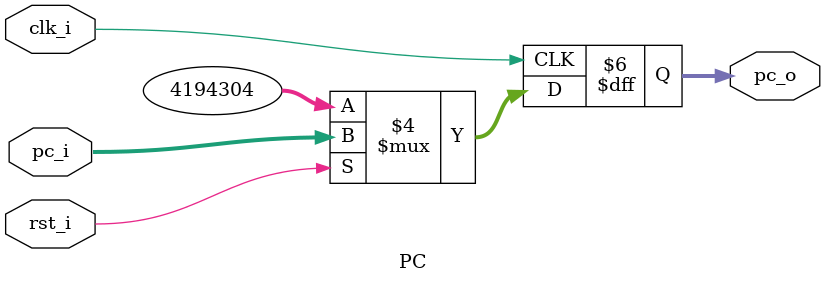
<source format=sv>
module PC
(
    input clk_i,
    input rst_i,
    input [31:0] pc_i,

    output reg [31:0] pc_o
);


always@(posedge clk_i) begin

	if(rst_i == 0) begin
      pc_o <= 32'h400000;	//Reset value defined in the linker script
  	end
  	else begin
      pc_o <= pc_i;
  	end

end

endmodule

</source>
